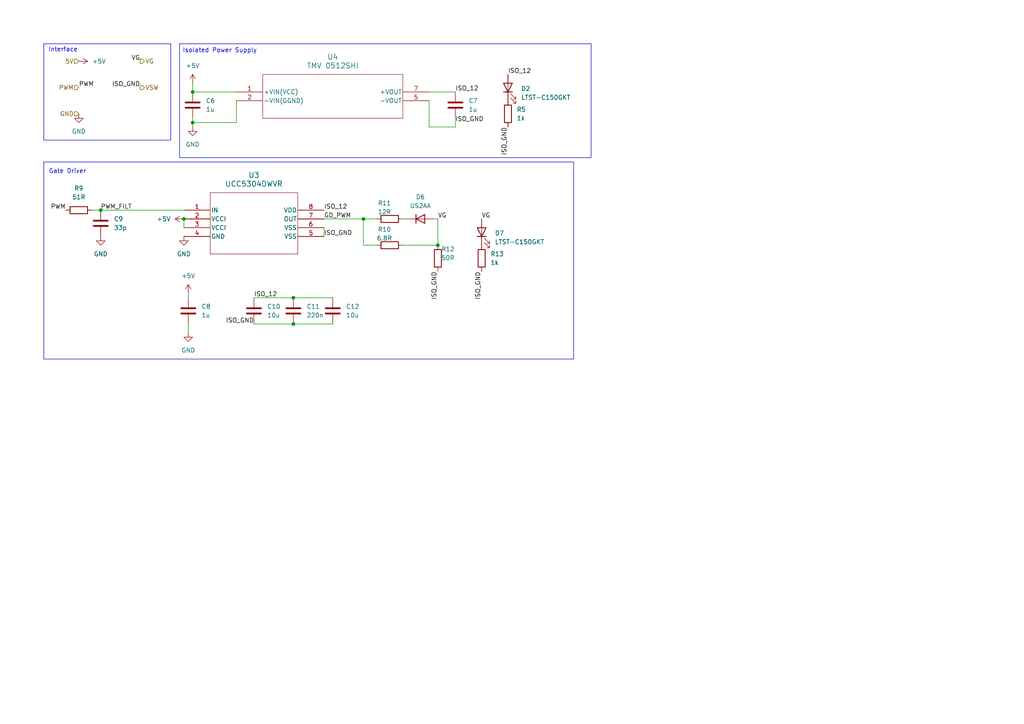
<source format=kicad_sch>
(kicad_sch
	(version 20231120)
	(generator "eeschema")
	(generator_version "8.0")
	(uuid "f0d9f3c8-7611-4222-be08-23c67a176a63")
	(paper "A4")
	(title_block
		(title "Fullmetal Buck Converter")
		(date "2025-03-01")
		(rev "v0")
		(company "Manveer Aujla")
	)
	(lib_symbols
		(symbol "Device:C"
			(pin_numbers hide)
			(pin_names
				(offset 0.254)
			)
			(exclude_from_sim no)
			(in_bom yes)
			(on_board yes)
			(property "Reference" "C"
				(at 0.635 2.54 0)
				(effects
					(font
						(size 1.27 1.27)
					)
					(justify left)
				)
			)
			(property "Value" "C"
				(at 0.635 -2.54 0)
				(effects
					(font
						(size 1.27 1.27)
					)
					(justify left)
				)
			)
			(property "Footprint" ""
				(at 0.9652 -3.81 0)
				(effects
					(font
						(size 1.27 1.27)
					)
					(hide yes)
				)
			)
			(property "Datasheet" "~"
				(at 0 0 0)
				(effects
					(font
						(size 1.27 1.27)
					)
					(hide yes)
				)
			)
			(property "Description" "Unpolarized capacitor"
				(at 0 0 0)
				(effects
					(font
						(size 1.27 1.27)
					)
					(hide yes)
				)
			)
			(property "ki_keywords" "cap capacitor"
				(at 0 0 0)
				(effects
					(font
						(size 1.27 1.27)
					)
					(hide yes)
				)
			)
			(property "ki_fp_filters" "C_*"
				(at 0 0 0)
				(effects
					(font
						(size 1.27 1.27)
					)
					(hide yes)
				)
			)
			(symbol "C_0_1"
				(polyline
					(pts
						(xy -2.032 -0.762) (xy 2.032 -0.762)
					)
					(stroke
						(width 0.508)
						(type default)
					)
					(fill
						(type none)
					)
				)
				(polyline
					(pts
						(xy -2.032 0.762) (xy 2.032 0.762)
					)
					(stroke
						(width 0.508)
						(type default)
					)
					(fill
						(type none)
					)
				)
			)
			(symbol "C_1_1"
				(pin passive line
					(at 0 3.81 270)
					(length 2.794)
					(name "~"
						(effects
							(font
								(size 1.27 1.27)
							)
						)
					)
					(number "1"
						(effects
							(font
								(size 1.27 1.27)
							)
						)
					)
				)
				(pin passive line
					(at 0 -3.81 90)
					(length 2.794)
					(name "~"
						(effects
							(font
								(size 1.27 1.27)
							)
						)
					)
					(number "2"
						(effects
							(font
								(size 1.27 1.27)
							)
						)
					)
				)
			)
		)
		(symbol "Device:R"
			(pin_numbers hide)
			(pin_names
				(offset 0)
			)
			(exclude_from_sim no)
			(in_bom yes)
			(on_board yes)
			(property "Reference" "R"
				(at 2.032 0 90)
				(effects
					(font
						(size 1.27 1.27)
					)
				)
			)
			(property "Value" "R"
				(at 0 0 90)
				(effects
					(font
						(size 1.27 1.27)
					)
				)
			)
			(property "Footprint" ""
				(at -1.778 0 90)
				(effects
					(font
						(size 1.27 1.27)
					)
					(hide yes)
				)
			)
			(property "Datasheet" "~"
				(at 0 0 0)
				(effects
					(font
						(size 1.27 1.27)
					)
					(hide yes)
				)
			)
			(property "Description" "Resistor"
				(at 0 0 0)
				(effects
					(font
						(size 1.27 1.27)
					)
					(hide yes)
				)
			)
			(property "ki_keywords" "R res resistor"
				(at 0 0 0)
				(effects
					(font
						(size 1.27 1.27)
					)
					(hide yes)
				)
			)
			(property "ki_fp_filters" "R_*"
				(at 0 0 0)
				(effects
					(font
						(size 1.27 1.27)
					)
					(hide yes)
				)
			)
			(symbol "R_0_1"
				(rectangle
					(start -1.016 -2.54)
					(end 1.016 2.54)
					(stroke
						(width 0.254)
						(type default)
					)
					(fill
						(type none)
					)
				)
			)
			(symbol "R_1_1"
				(pin passive line
					(at 0 3.81 270)
					(length 1.27)
					(name "~"
						(effects
							(font
								(size 1.27 1.27)
							)
						)
					)
					(number "1"
						(effects
							(font
								(size 1.27 1.27)
							)
						)
					)
				)
				(pin passive line
					(at 0 -3.81 90)
					(length 1.27)
					(name "~"
						(effects
							(font
								(size 1.27 1.27)
							)
						)
					)
					(number "2"
						(effects
							(font
								(size 1.27 1.27)
							)
						)
					)
				)
			)
		)
		(symbol "Diode:US2AA"
			(pin_numbers hide)
			(pin_names hide)
			(exclude_from_sim no)
			(in_bom yes)
			(on_board yes)
			(property "Reference" "D"
				(at 0 2.54 0)
				(effects
					(font
						(size 1.27 1.27)
					)
				)
			)
			(property "Value" "US2AA"
				(at 0 -2.54 0)
				(effects
					(font
						(size 1.27 1.27)
					)
				)
			)
			(property "Footprint" "Diode_SMD:D_SMA"
				(at 0 -4.445 0)
				(effects
					(font
						(size 1.27 1.27)
					)
					(hide yes)
				)
			)
			(property "Datasheet" "https://www.onsemi.com/pub/Collateral/US2AA-D.PDF"
				(at 0 0 0)
				(effects
					(font
						(size 1.27 1.27)
					)
					(hide yes)
				)
			)
			(property "Description" "50V, 1.5A, General Purpose Rectifier Diode, SMA(DO-214AC)"
				(at 0 0 0)
				(effects
					(font
						(size 1.27 1.27)
					)
					(hide yes)
				)
			)
			(property "Sim.Device" "D"
				(at 0 0 0)
				(effects
					(font
						(size 1.27 1.27)
					)
					(hide yes)
				)
			)
			(property "Sim.Pins" "1=K 2=A"
				(at 0 0 0)
				(effects
					(font
						(size 1.27 1.27)
					)
					(hide yes)
				)
			)
			(property "ki_keywords" "Super Fast"
				(at 0 0 0)
				(effects
					(font
						(size 1.27 1.27)
					)
					(hide yes)
				)
			)
			(property "ki_fp_filters" "D*SMA*"
				(at 0 0 0)
				(effects
					(font
						(size 1.27 1.27)
					)
					(hide yes)
				)
			)
			(symbol "US2AA_0_1"
				(polyline
					(pts
						(xy -1.27 1.27) (xy -1.27 -1.27)
					)
					(stroke
						(width 0.254)
						(type default)
					)
					(fill
						(type none)
					)
				)
				(polyline
					(pts
						(xy 1.27 0) (xy -1.27 0)
					)
					(stroke
						(width 0)
						(type default)
					)
					(fill
						(type none)
					)
				)
				(polyline
					(pts
						(xy 1.27 1.27) (xy 1.27 -1.27) (xy -1.27 0) (xy 1.27 1.27)
					)
					(stroke
						(width 0.254)
						(type default)
					)
					(fill
						(type none)
					)
				)
			)
			(symbol "US2AA_1_1"
				(pin passive line
					(at -3.81 0 0)
					(length 2.54)
					(name "K"
						(effects
							(font
								(size 1.27 1.27)
							)
						)
					)
					(number "1"
						(effects
							(font
								(size 1.27 1.27)
							)
						)
					)
				)
				(pin passive line
					(at 3.81 0 180)
					(length 2.54)
					(name "A"
						(effects
							(font
								(size 1.27 1.27)
							)
						)
					)
					(number "2"
						(effects
							(font
								(size 1.27 1.27)
							)
						)
					)
				)
			)
		)
		(symbol "LED:IR26-21C_L110_TR8"
			(pin_numbers hide)
			(pin_names
				(offset 1.016) hide)
			(exclude_from_sim no)
			(in_bom yes)
			(on_board yes)
			(property "Reference" "D"
				(at 0 2.54 0)
				(effects
					(font
						(size 1.27 1.27)
					)
				)
			)
			(property "Value" "IR26-21C_L110_TR8"
				(at 0 -3.81 0)
				(effects
					(font
						(size 1.27 1.27)
					)
				)
			)
			(property "Footprint" "LED_SMD:LED_1206_3216Metric"
				(at 0 5.08 0)
				(effects
					(font
						(size 1.27 1.27)
					)
					(hide yes)
				)
			)
			(property "Datasheet" "http://www.everlight.com/file/ProductFile/IR26-21C-L110-TR8.pdf"
				(at 0 0 0)
				(effects
					(font
						(size 1.27 1.27)
					)
					(hide yes)
				)
			)
			(property "Description" "940nm, 20 deg, Infrared LED, 1206"
				(at 0 0 0)
				(effects
					(font
						(size 1.27 1.27)
					)
					(hide yes)
				)
			)
			(property "ki_keywords" "IR LED"
				(at 0 0 0)
				(effects
					(font
						(size 1.27 1.27)
					)
					(hide yes)
				)
			)
			(property "ki_fp_filters" "LED*1206*3216Metric*"
				(at 0 0 0)
				(effects
					(font
						(size 1.27 1.27)
					)
					(hide yes)
				)
			)
			(symbol "IR26-21C_L110_TR8_0_1"
				(polyline
					(pts
						(xy -1.27 -1.27) (xy -1.27 1.27)
					)
					(stroke
						(width 0.254)
						(type default)
					)
					(fill
						(type none)
					)
				)
				(polyline
					(pts
						(xy -1.27 0) (xy 1.27 0)
					)
					(stroke
						(width 0)
						(type default)
					)
					(fill
						(type none)
					)
				)
				(polyline
					(pts
						(xy 1.27 -1.27) (xy 1.27 1.27) (xy -1.27 0) (xy 1.27 -1.27)
					)
					(stroke
						(width 0.254)
						(type default)
					)
					(fill
						(type none)
					)
				)
				(polyline
					(pts
						(xy -3.048 -0.762) (xy -4.572 -2.286) (xy -3.81 -2.286) (xy -4.572 -2.286) (xy -4.572 -1.524)
					)
					(stroke
						(width 0)
						(type default)
					)
					(fill
						(type none)
					)
				)
				(polyline
					(pts
						(xy -1.778 -0.762) (xy -3.302 -2.286) (xy -2.54 -2.286) (xy -3.302 -2.286) (xy -3.302 -1.524)
					)
					(stroke
						(width 0)
						(type default)
					)
					(fill
						(type none)
					)
				)
			)
			(symbol "IR26-21C_L110_TR8_1_1"
				(pin passive line
					(at -3.81 0 0)
					(length 2.54)
					(name "K"
						(effects
							(font
								(size 1.27 1.27)
							)
						)
					)
					(number "1"
						(effects
							(font
								(size 1.27 1.27)
							)
						)
					)
				)
				(pin passive line
					(at 3.81 0 180)
					(length 2.54)
					(name "A"
						(effects
							(font
								(size 1.27 1.27)
							)
						)
					)
					(number "2"
						(effects
							(font
								(size 1.27 1.27)
							)
						)
					)
				)
			)
		)
		(symbol "TMV_0512SHI:TMV_0512SHI"
			(pin_names
				(offset 0.254)
			)
			(exclude_from_sim no)
			(in_bom yes)
			(on_board yes)
			(property "Reference" "U"
				(at 27.94 10.16 0)
				(effects
					(font
						(size 1.524 1.524)
					)
				)
			)
			(property "Value" "TMV 0512SHI"
				(at 27.94 7.62 0)
				(effects
					(font
						(size 1.524 1.524)
					)
				)
			)
			(property "Footprint" "TMV-HI_SINGLE_TRP"
				(at 0 0 0)
				(effects
					(font
						(size 1.27 1.27)
						(italic yes)
					)
					(hide yes)
				)
			)
			(property "Datasheet" "TMV 0512SHI"
				(at 0 0 0)
				(effects
					(font
						(size 1.27 1.27)
						(italic yes)
					)
					(hide yes)
				)
			)
			(property "Description" ""
				(at 0 0 0)
				(effects
					(font
						(size 1.27 1.27)
					)
					(hide yes)
				)
			)
			(property "ki_locked" ""
				(at 0 0 0)
				(effects
					(font
						(size 1.27 1.27)
					)
				)
			)
			(property "ki_keywords" "TMV 0512SHI"
				(at 0 0 0)
				(effects
					(font
						(size 1.27 1.27)
					)
					(hide yes)
				)
			)
			(property "ki_fp_filters" "TMV-HI_SINGLE_TRP"
				(at 0 0 0)
				(effects
					(font
						(size 1.27 1.27)
					)
					(hide yes)
				)
			)
			(symbol "TMV_0512SHI_0_1"
				(polyline
					(pts
						(xy 7.62 -7.62) (xy 48.26 -7.62)
					)
					(stroke
						(width 0.127)
						(type default)
					)
					(fill
						(type none)
					)
				)
				(polyline
					(pts
						(xy 7.62 5.08) (xy 7.62 -7.62)
					)
					(stroke
						(width 0.127)
						(type default)
					)
					(fill
						(type none)
					)
				)
				(polyline
					(pts
						(xy 48.26 -7.62) (xy 48.26 5.08)
					)
					(stroke
						(width 0.127)
						(type default)
					)
					(fill
						(type none)
					)
				)
				(polyline
					(pts
						(xy 48.26 5.08) (xy 7.62 5.08)
					)
					(stroke
						(width 0.127)
						(type default)
					)
					(fill
						(type none)
					)
				)
				(pin power_in line
					(at 0 0 0)
					(length 7.62)
					(name "+VIN(VCC)"
						(effects
							(font
								(size 1.27 1.27)
							)
						)
					)
					(number "1"
						(effects
							(font
								(size 1.27 1.27)
							)
						)
					)
				)
				(pin power_in line
					(at 0 -2.54 0)
					(length 7.62)
					(name "-VIN(GGND)"
						(effects
							(font
								(size 1.27 1.27)
							)
						)
					)
					(number "2"
						(effects
							(font
								(size 1.27 1.27)
							)
						)
					)
				)
				(pin output line
					(at 55.88 -2.54 180)
					(length 7.62)
					(name "-VOUT"
						(effects
							(font
								(size 1.27 1.27)
							)
						)
					)
					(number "5"
						(effects
							(font
								(size 1.27 1.27)
							)
						)
					)
				)
				(pin output line
					(at 55.88 0 180)
					(length 7.62)
					(name "+VOUT"
						(effects
							(font
								(size 1.27 1.27)
							)
						)
					)
					(number "7"
						(effects
							(font
								(size 1.27 1.27)
							)
						)
					)
				)
			)
		)
		(symbol "UCC5304DWVR:UCC5304DWVR"
			(pin_names
				(offset 0.254)
			)
			(exclude_from_sim no)
			(in_bom yes)
			(on_board yes)
			(property "Reference" "U"
				(at 20.32 10.16 0)
				(effects
					(font
						(size 1.524 1.524)
					)
				)
			)
			(property "Value" "UCC5304DWVR"
				(at 20.32 7.62 0)
				(effects
					(font
						(size 1.524 1.524)
					)
				)
			)
			(property "Footprint" "SOIC8_DWV_TEX"
				(at 0 0 0)
				(effects
					(font
						(size 1.27 1.27)
						(italic yes)
					)
					(hide yes)
				)
			)
			(property "Datasheet" "UCC5304DWVR"
				(at 0 0 0)
				(effects
					(font
						(size 1.27 1.27)
						(italic yes)
					)
					(hide yes)
				)
			)
			(property "Description" ""
				(at 0 0 0)
				(effects
					(font
						(size 1.27 1.27)
					)
					(hide yes)
				)
			)
			(property "ki_locked" ""
				(at 0 0 0)
				(effects
					(font
						(size 1.27 1.27)
					)
				)
			)
			(property "ki_keywords" "UCC5304DWVR"
				(at 0 0 0)
				(effects
					(font
						(size 1.27 1.27)
					)
					(hide yes)
				)
			)
			(property "ki_fp_filters" "SOIC8_DWV_TEX SOIC8_DWV_TEX-M SOIC8_DWV_TEX-L"
				(at 0 0 0)
				(effects
					(font
						(size 1.27 1.27)
					)
					(hide yes)
				)
			)
			(symbol "UCC5304DWVR_0_1"
				(polyline
					(pts
						(xy 7.62 -12.7) (xy 33.02 -12.7)
					)
					(stroke
						(width 0.127)
						(type default)
					)
					(fill
						(type none)
					)
				)
				(polyline
					(pts
						(xy 7.62 5.08) (xy 7.62 -12.7)
					)
					(stroke
						(width 0.127)
						(type default)
					)
					(fill
						(type none)
					)
				)
				(polyline
					(pts
						(xy 33.02 -12.7) (xy 33.02 5.08)
					)
					(stroke
						(width 0.127)
						(type default)
					)
					(fill
						(type none)
					)
				)
				(polyline
					(pts
						(xy 33.02 5.08) (xy 7.62 5.08)
					)
					(stroke
						(width 0.127)
						(type default)
					)
					(fill
						(type none)
					)
				)
				(pin input line
					(at 0 0 0)
					(length 7.62)
					(name "IN"
						(effects
							(font
								(size 1.27 1.27)
							)
						)
					)
					(number "1"
						(effects
							(font
								(size 1.27 1.27)
							)
						)
					)
				)
				(pin power_in line
					(at 0 -2.54 0)
					(length 7.62)
					(name "VCCI"
						(effects
							(font
								(size 1.27 1.27)
							)
						)
					)
					(number "2"
						(effects
							(font
								(size 1.27 1.27)
							)
						)
					)
				)
				(pin power_in line
					(at 0 -5.08 0)
					(length 7.62)
					(name "VCCI"
						(effects
							(font
								(size 1.27 1.27)
							)
						)
					)
					(number "3"
						(effects
							(font
								(size 1.27 1.27)
							)
						)
					)
				)
				(pin power_out line
					(at 0 -7.62 0)
					(length 7.62)
					(name "GND"
						(effects
							(font
								(size 1.27 1.27)
							)
						)
					)
					(number "4"
						(effects
							(font
								(size 1.27 1.27)
							)
						)
					)
				)
				(pin power_out line
					(at 40.64 -7.62 180)
					(length 7.62)
					(name "VSS"
						(effects
							(font
								(size 1.27 1.27)
							)
						)
					)
					(number "5"
						(effects
							(font
								(size 1.27 1.27)
							)
						)
					)
				)
				(pin power_out line
					(at 40.64 -5.08 180)
					(length 7.62)
					(name "VSS"
						(effects
							(font
								(size 1.27 1.27)
							)
						)
					)
					(number "6"
						(effects
							(font
								(size 1.27 1.27)
							)
						)
					)
				)
				(pin output line
					(at 40.64 -2.54 180)
					(length 7.62)
					(name "OUT"
						(effects
							(font
								(size 1.27 1.27)
							)
						)
					)
					(number "7"
						(effects
							(font
								(size 1.27 1.27)
							)
						)
					)
				)
				(pin power_in line
					(at 40.64 0 180)
					(length 7.62)
					(name "VDD"
						(effects
							(font
								(size 1.27 1.27)
							)
						)
					)
					(number "8"
						(effects
							(font
								(size 1.27 1.27)
							)
						)
					)
				)
			)
		)
		(symbol "power:+5V"
			(power)
			(pin_numbers hide)
			(pin_names
				(offset 0) hide)
			(exclude_from_sim no)
			(in_bom yes)
			(on_board yes)
			(property "Reference" "#PWR"
				(at 0 -3.81 0)
				(effects
					(font
						(size 1.27 1.27)
					)
					(hide yes)
				)
			)
			(property "Value" "+5V"
				(at 0 3.556 0)
				(effects
					(font
						(size 1.27 1.27)
					)
				)
			)
			(property "Footprint" ""
				(at 0 0 0)
				(effects
					(font
						(size 1.27 1.27)
					)
					(hide yes)
				)
			)
			(property "Datasheet" ""
				(at 0 0 0)
				(effects
					(font
						(size 1.27 1.27)
					)
					(hide yes)
				)
			)
			(property "Description" "Power symbol creates a global label with name \"+5V\""
				(at 0 0 0)
				(effects
					(font
						(size 1.27 1.27)
					)
					(hide yes)
				)
			)
			(property "ki_keywords" "global power"
				(at 0 0 0)
				(effects
					(font
						(size 1.27 1.27)
					)
					(hide yes)
				)
			)
			(symbol "+5V_0_1"
				(polyline
					(pts
						(xy -0.762 1.27) (xy 0 2.54)
					)
					(stroke
						(width 0)
						(type default)
					)
					(fill
						(type none)
					)
				)
				(polyline
					(pts
						(xy 0 0) (xy 0 2.54)
					)
					(stroke
						(width 0)
						(type default)
					)
					(fill
						(type none)
					)
				)
				(polyline
					(pts
						(xy 0 2.54) (xy 0.762 1.27)
					)
					(stroke
						(width 0)
						(type default)
					)
					(fill
						(type none)
					)
				)
			)
			(symbol "+5V_1_1"
				(pin power_in line
					(at 0 0 90)
					(length 0)
					(name "~"
						(effects
							(font
								(size 1.27 1.27)
							)
						)
					)
					(number "1"
						(effects
							(font
								(size 1.27 1.27)
							)
						)
					)
				)
			)
		)
		(symbol "power:GND"
			(power)
			(pin_numbers hide)
			(pin_names
				(offset 0) hide)
			(exclude_from_sim no)
			(in_bom yes)
			(on_board yes)
			(property "Reference" "#PWR"
				(at 0 -6.35 0)
				(effects
					(font
						(size 1.27 1.27)
					)
					(hide yes)
				)
			)
			(property "Value" "GND"
				(at 0 -3.81 0)
				(effects
					(font
						(size 1.27 1.27)
					)
				)
			)
			(property "Footprint" ""
				(at 0 0 0)
				(effects
					(font
						(size 1.27 1.27)
					)
					(hide yes)
				)
			)
			(property "Datasheet" ""
				(at 0 0 0)
				(effects
					(font
						(size 1.27 1.27)
					)
					(hide yes)
				)
			)
			(property "Description" "Power symbol creates a global label with name \"GND\" , ground"
				(at 0 0 0)
				(effects
					(font
						(size 1.27 1.27)
					)
					(hide yes)
				)
			)
			(property "ki_keywords" "global power"
				(at 0 0 0)
				(effects
					(font
						(size 1.27 1.27)
					)
					(hide yes)
				)
			)
			(symbol "GND_0_1"
				(polyline
					(pts
						(xy 0 0) (xy 0 -1.27) (xy 1.27 -1.27) (xy 0 -2.54) (xy -1.27 -1.27) (xy 0 -1.27)
					)
					(stroke
						(width 0)
						(type default)
					)
					(fill
						(type none)
					)
				)
			)
			(symbol "GND_1_1"
				(pin power_in line
					(at 0 0 270)
					(length 0)
					(name "~"
						(effects
							(font
								(size 1.27 1.27)
							)
						)
					)
					(number "1"
						(effects
							(font
								(size 1.27 1.27)
							)
						)
					)
				)
			)
		)
	)
	(junction
		(at 55.88 35.56)
		(diameter 0)
		(color 0 0 0 0)
		(uuid "274e2e83-656c-4ee9-9f93-e97751b3dd1c")
	)
	(junction
		(at 85.09 86.36)
		(diameter 0)
		(color 0 0 0 0)
		(uuid "3ee950d8-ff44-49db-b37b-cc35dca455c5")
	)
	(junction
		(at 55.88 26.67)
		(diameter 0)
		(color 0 0 0 0)
		(uuid "45138f0b-fd82-40d1-85cd-d6adf6ef8014")
	)
	(junction
		(at 85.09 93.98)
		(diameter 0)
		(color 0 0 0 0)
		(uuid "72957a17-b4cc-4a09-9043-64945f68f92a")
	)
	(junction
		(at 105.41 63.5)
		(diameter 0)
		(color 0 0 0 0)
		(uuid "95d3ec33-b30b-41f7-a97c-fddd78c07cff")
	)
	(junction
		(at 127 71.12)
		(diameter 0)
		(color 0 0 0 0)
		(uuid "a934e3c2-7a74-46fb-af0d-9fe58d20f66f")
	)
	(junction
		(at 53.34 63.5)
		(diameter 0)
		(color 0 0 0 0)
		(uuid "df379cab-7f90-432f-aba3-b7a7aabeed6f")
	)
	(junction
		(at 29.21 60.96)
		(diameter 0)
		(color 0 0 0 0)
		(uuid "e66be964-19dd-44c4-a645-ff10787e57c7")
	)
	(wire
		(pts
			(xy 93.98 66.04) (xy 93.98 68.58)
		)
		(stroke
			(width 0)
			(type default)
		)
		(uuid "06bdb620-376a-429e-b363-9745a6e489fd")
	)
	(wire
		(pts
			(xy 124.46 36.83) (xy 132.08 36.83)
		)
		(stroke
			(width 0)
			(type default)
		)
		(uuid "0d0306d7-648c-41d3-988a-3f7c102afb13")
	)
	(wire
		(pts
			(xy 127 63.5) (xy 127 71.12)
		)
		(stroke
			(width 0)
			(type default)
		)
		(uuid "144899bb-bba9-44bd-be95-b040398bcdbc")
	)
	(wire
		(pts
			(xy 116.84 71.12) (xy 127 71.12)
		)
		(stroke
			(width 0)
			(type default)
		)
		(uuid "1f68686f-2ed7-43dd-b6e2-cb5ac516d917")
	)
	(wire
		(pts
			(xy 124.46 26.67) (xy 132.08 26.67)
		)
		(stroke
			(width 0)
			(type default)
		)
		(uuid "2127e85b-a2ad-4ccc-aca3-19a2463e748b")
	)
	(wire
		(pts
			(xy 54.61 85.09) (xy 54.61 86.36)
		)
		(stroke
			(width 0)
			(type default)
		)
		(uuid "22ad3272-8d29-4434-8d36-490d251a783b")
	)
	(wire
		(pts
			(xy 53.34 63.5) (xy 53.34 66.04)
		)
		(stroke
			(width 0)
			(type default)
		)
		(uuid "2e73b430-340e-4a9e-9e26-a09dd06909d0")
	)
	(wire
		(pts
			(xy 54.61 93.98) (xy 54.61 96.52)
		)
		(stroke
			(width 0)
			(type default)
		)
		(uuid "36723c54-48a5-4d59-9ebd-785ce9f066b5")
	)
	(wire
		(pts
			(xy 127 63.5) (xy 125.73 63.5)
		)
		(stroke
			(width 0)
			(type default)
		)
		(uuid "400f704a-9cf0-49d5-9678-1259f281a4d6")
	)
	(wire
		(pts
			(xy 55.88 26.67) (xy 68.58 26.67)
		)
		(stroke
			(width 0)
			(type default)
		)
		(uuid "44e65b8d-c8bf-401e-a0a7-c2ebbf912d1d")
	)
	(wire
		(pts
			(xy 55.88 36.83) (xy 55.88 35.56)
		)
		(stroke
			(width 0)
			(type default)
		)
		(uuid "44f25d40-0fc5-4773-a2ca-51376a0cb788")
	)
	(wire
		(pts
			(xy 29.21 60.96) (xy 53.34 60.96)
		)
		(stroke
			(width 0)
			(type default)
		)
		(uuid "474737c0-4c74-4983-a21f-2456acf5558e")
	)
	(wire
		(pts
			(xy 105.41 63.5) (xy 109.22 63.5)
		)
		(stroke
			(width 0)
			(type default)
		)
		(uuid "488a16e0-f668-4fe7-beaf-6308a699d932")
	)
	(wire
		(pts
			(xy 68.58 29.21) (xy 68.58 35.56)
		)
		(stroke
			(width 0)
			(type default)
		)
		(uuid "5677350a-a608-4427-bc13-a27392ddf6c1")
	)
	(wire
		(pts
			(xy 55.88 35.56) (xy 55.88 34.29)
		)
		(stroke
			(width 0)
			(type default)
		)
		(uuid "607aa914-d845-46a5-a20f-487868107ae8")
	)
	(wire
		(pts
			(xy 124.46 29.21) (xy 124.46 36.83)
		)
		(stroke
			(width 0)
			(type default)
		)
		(uuid "89a11894-ee0e-4f91-b874-2e1ce3ba67f2")
	)
	(wire
		(pts
			(xy 105.41 71.12) (xy 105.41 63.5)
		)
		(stroke
			(width 0)
			(type default)
		)
		(uuid "90a050b9-914c-4e2a-a987-7fb1de0d4d2d")
	)
	(wire
		(pts
			(xy 55.88 24.13) (xy 55.88 26.67)
		)
		(stroke
			(width 0)
			(type default)
		)
		(uuid "95ca303b-a199-4936-9890-9ad9df7a7673")
	)
	(wire
		(pts
			(xy 109.22 71.12) (xy 105.41 71.12)
		)
		(stroke
			(width 0)
			(type default)
		)
		(uuid "be988620-8f5c-41e7-8049-1a11054502b6")
	)
	(wire
		(pts
			(xy 93.98 63.5) (xy 105.41 63.5)
		)
		(stroke
			(width 0)
			(type default)
		)
		(uuid "c22bdc68-40f8-46fc-a48d-1252202f8a39")
	)
	(wire
		(pts
			(xy 116.84 63.5) (xy 118.11 63.5)
		)
		(stroke
			(width 0)
			(type default)
		)
		(uuid "d12d832c-cf48-4da6-8dbc-f1207f2ccd43")
	)
	(wire
		(pts
			(xy 73.66 93.98) (xy 85.09 93.98)
		)
		(stroke
			(width 0)
			(type default)
		)
		(uuid "da975f23-679d-4928-b6e1-6c14fc63ac0b")
	)
	(wire
		(pts
			(xy 26.67 60.96) (xy 29.21 60.96)
		)
		(stroke
			(width 0)
			(type default)
		)
		(uuid "dea5ce32-df9a-45e3-a578-5977427c294f")
	)
	(wire
		(pts
			(xy 68.58 35.56) (xy 55.88 35.56)
		)
		(stroke
			(width 0)
			(type default)
		)
		(uuid "e186490c-6162-4479-a68b-d6c5cd828c04")
	)
	(wire
		(pts
			(xy 85.09 93.98) (xy 96.52 93.98)
		)
		(stroke
			(width 0)
			(type default)
		)
		(uuid "e2d805ee-0726-4719-9076-90b0a5a9c040")
	)
	(wire
		(pts
			(xy 73.66 86.36) (xy 85.09 86.36)
		)
		(stroke
			(width 0)
			(type default)
		)
		(uuid "e576f35a-89b2-46a2-b84a-9263c890c126")
	)
	(wire
		(pts
			(xy 132.08 34.29) (xy 132.08 36.83)
		)
		(stroke
			(width 0)
			(type default)
		)
		(uuid "ea58cd56-1e98-46ee-91c6-0159d938d444")
	)
	(wire
		(pts
			(xy 85.09 86.36) (xy 96.52 86.36)
		)
		(stroke
			(width 0)
			(type default)
		)
		(uuid "ed715ce3-f717-4b50-8ebf-db8374268af3")
	)
	(rectangle
		(start 12.7 12.7)
		(end 49.53 40.64)
		(stroke
			(width 0)
			(type default)
		)
		(fill
			(type none)
		)
		(uuid 074ca789-f184-4220-81f3-7785537797f2)
	)
	(rectangle
		(start 52.07 12.7)
		(end 171.45 45.72)
		(stroke
			(width 0)
			(type default)
		)
		(fill
			(type none)
		)
		(uuid d7887af3-e071-408a-bee0-4fdee29e96b9)
	)
	(rectangle
		(start 12.7 46.99)
		(end 166.37 104.14)
		(stroke
			(width 0)
			(type default)
		)
		(fill
			(type none)
		)
		(uuid e28f400e-c078-4a8e-a2be-13263a938588)
	)
	(text "Interface\n"
		(exclude_from_sim no)
		(at 18.288 14.478 0)
		(effects
			(font
				(size 1.27 1.27)
			)
		)
		(uuid "24fa727e-fbcb-4acb-b25a-cb9a4ac382a0")
	)
	(text "Isolated Power Supply\n"
		(exclude_from_sim no)
		(at 63.754 14.732 0)
		(effects
			(font
				(size 1.27 1.27)
			)
		)
		(uuid "29b06971-ebf5-4a7a-9d49-b354dcf5473e")
	)
	(text "Gate Driver "
		(exclude_from_sim no)
		(at 20.066 49.784 0)
		(effects
			(font
				(size 1.27 1.27)
			)
		)
		(uuid "766071ba-d214-499d-917b-29b0203c1b86")
	)
	(label "PWM_FILT"
		(at 29.21 60.96 0)
		(fields_autoplaced yes)
		(effects
			(font
				(size 1.27 1.27)
			)
			(justify left bottom)
		)
		(uuid "2c282538-d960-4ce0-8906-9aa7a32ea53b")
	)
	(label "VG"
		(at 139.7 63.5 0)
		(fields_autoplaced yes)
		(effects
			(font
				(size 1.27 1.27)
			)
			(justify left bottom)
		)
		(uuid "44af0f53-f23c-4ab7-8539-5c25f1106726")
	)
	(label "ISO_GND"
		(at 40.64 25.4 180)
		(fields_autoplaced yes)
		(effects
			(font
				(size 1.27 1.27)
			)
			(justify right bottom)
		)
		(uuid "4aceac89-1c0c-4c7c-ae58-e7ee7cd56647")
	)
	(label "ISO_12"
		(at 93.98 60.96 0)
		(fields_autoplaced yes)
		(effects
			(font
				(size 1.27 1.27)
			)
			(justify left bottom)
		)
		(uuid "4cf1e859-c588-41e3-8d6d-8004aedeaf05")
	)
	(label "ISO_GND"
		(at 147.32 36.83 270)
		(fields_autoplaced yes)
		(effects
			(font
				(size 1.27 1.27)
			)
			(justify right bottom)
		)
		(uuid "76bbdb22-801e-4245-ac00-f6a1067023d6")
	)
	(label "ISO_12"
		(at 132.08 26.67 0)
		(fields_autoplaced yes)
		(effects
			(font
				(size 1.27 1.27)
			)
			(justify left bottom)
		)
		(uuid "7babd4a5-e3d5-4299-ade9-45b6318ad8b0")
	)
	(label "ISO_GND"
		(at 139.7 78.74 270)
		(fields_autoplaced yes)
		(effects
			(font
				(size 1.27 1.27)
			)
			(justify right bottom)
		)
		(uuid "a069a8c4-4c0f-43c6-be9a-f391912a0fe9")
	)
	(label "ISO_GND"
		(at 93.98 68.58 0)
		(fields_autoplaced yes)
		(effects
			(font
				(size 1.27 1.27)
			)
			(justify left bottom)
		)
		(uuid "adbdba9a-60c8-4802-b7a7-abd13abe0b46")
	)
	(label "PWM"
		(at 22.86 25.4 0)
		(fields_autoplaced yes)
		(effects
			(font
				(size 1.27 1.27)
			)
			(justify left bottom)
		)
		(uuid "b39d77e9-edf8-429a-819c-e2325b382ce5")
	)
	(label "VG"
		(at 40.64 17.78 180)
		(fields_autoplaced yes)
		(effects
			(font
				(size 1.27 1.27)
			)
			(justify right bottom)
		)
		(uuid "b69b3e49-3800-4785-be06-b0b30546bb3e")
	)
	(label "VG"
		(at 127 63.5 0)
		(fields_autoplaced yes)
		(effects
			(font
				(size 1.27 1.27)
			)
			(justify left bottom)
		)
		(uuid "c3e8fe1e-c802-4933-bdc9-d83962667724")
	)
	(label "ISO_GND"
		(at 132.08 35.56 0)
		(fields_autoplaced yes)
		(effects
			(font
				(size 1.27 1.27)
			)
			(justify left bottom)
		)
		(uuid "c547f8cf-ffe5-4dad-96f7-601c436ad97d")
	)
	(label "ISO_GND"
		(at 127 78.74 270)
		(fields_autoplaced yes)
		(effects
			(font
				(size 1.27 1.27)
			)
			(justify right bottom)
		)
		(uuid "cc123fd5-d75e-4d39-90b3-126df540f5b2")
	)
	(label "ISO_GND"
		(at 73.66 93.98 180)
		(fields_autoplaced yes)
		(effects
			(font
				(size 1.27 1.27)
			)
			(justify right bottom)
		)
		(uuid "e4f8990e-b84c-4e32-849e-0ddef97fe508")
	)
	(label "PWM"
		(at 19.05 60.96 180)
		(fields_autoplaced yes)
		(effects
			(font
				(size 1.27 1.27)
			)
			(justify right bottom)
		)
		(uuid "f00f31d8-d1b8-4de8-b1df-4fa0ee8fff9f")
	)
	(label "ISO_12"
		(at 73.66 86.36 0)
		(fields_autoplaced yes)
		(effects
			(font
				(size 1.27 1.27)
			)
			(justify left bottom)
		)
		(uuid "f0970cbd-02f5-4fe2-872c-9d86aaa7a1e3")
	)
	(label "ISO_12"
		(at 147.32 21.59 0)
		(fields_autoplaced yes)
		(effects
			(font
				(size 1.27 1.27)
			)
			(justify left bottom)
		)
		(uuid "f3eb3d29-ec6c-43f2-8473-aa300e1c8ecb")
	)
	(label "GD_PWM"
		(at 93.98 63.5 0)
		(fields_autoplaced yes)
		(effects
			(font
				(size 1.27 1.27)
			)
			(justify left bottom)
		)
		(uuid "f410b412-cbfa-4928-b54a-071f3d61f8b5")
	)
	(hierarchical_label "PWM"
		(shape input)
		(at 22.86 25.4 180)
		(fields_autoplaced yes)
		(effects
			(font
				(size 1.27 1.27)
			)
			(justify right)
		)
		(uuid "41a01514-6faa-4707-8399-deacb8f82dec")
	)
	(hierarchical_label "VG"
		(shape output)
		(at 40.64 17.78 0)
		(fields_autoplaced yes)
		(effects
			(font
				(size 1.27 1.27)
			)
			(justify left)
		)
		(uuid "cc131d45-7370-4580-9b95-b5cd41c3d27f")
	)
	(hierarchical_label "5V"
		(shape input)
		(at 22.86 17.78 180)
		(fields_autoplaced yes)
		(effects
			(font
				(size 1.27 1.27)
			)
			(justify right)
		)
		(uuid "d200b858-3c8e-418d-a983-33a37e7cae71")
	)
	(hierarchical_label "VSW"
		(shape output)
		(at 40.64 25.4 0)
		(fields_autoplaced yes)
		(effects
			(font
				(size 1.27 1.27)
			)
			(justify left)
		)
		(uuid "e7a3c115-e0ed-4885-8bfb-cf75c696eeae")
	)
	(hierarchical_label "GND"
		(shape input)
		(at 22.86 33.02 180)
		(fields_autoplaced yes)
		(effects
			(font
				(size 1.27 1.27)
			)
			(justify right)
		)
		(uuid "efc2a26b-b378-4240-9021-e8bf50b3701f")
	)
	(symbol
		(lib_id "LED:IR26-21C_L110_TR8")
		(at 139.7 67.31 90)
		(unit 1)
		(exclude_from_sim no)
		(in_bom yes)
		(on_board yes)
		(dnp no)
		(fields_autoplaced yes)
		(uuid "00495a7c-9253-44c0-994b-64d651184f90")
		(property "Reference" "D7"
			(at 143.51 67.6274 90)
			(effects
				(font
					(size 1.27 1.27)
				)
				(justify right)
			)
		)
		(property "Value" "LTST-C150GKT"
			(at 143.51 70.1674 90)
			(effects
				(font
					(size 1.27 1.27)
				)
				(justify right)
			)
		)
		(property "Footprint" "LED_SMD:LED_1206_3216Metric_Pad1.42x1.75mm_HandSolder"
			(at 134.62 67.31 0)
			(effects
				(font
					(size 1.27 1.27)
				)
				(hide yes)
			)
		)
		(property "Datasheet" "https://optoelectronics.liteon.com/upload/download/DS-22-98-0004/LTST-C150GKT.pdf"
			(at 139.7 67.31 0)
			(effects
				(font
					(size 1.27 1.27)
				)
				(hide yes)
			)
		)
		(property "Description" "Green 569nm LED Indication - Discrete 2.1V"
			(at 139.7 67.31 0)
			(effects
				(font
					(size 1.27 1.27)
				)
				(hide yes)
			)
		)
		(property "Part Number" "LTST-C150GKT"
			(at 139.7 67.31 0)
			(effects
				(font
					(size 1.27 1.27)
				)
				(hide yes)
			)
		)
		(pin "1"
			(uuid "f25af93f-7598-4f61-9838-4e40c39e0e8a")
		)
		(pin "2"
			(uuid "984a0f50-b60b-41c5-aab4-d933f0f9ae48")
		)
		(instances
			(project "MyFirstBuck"
				(path "/d7438cf5-4402-49b7-a315-23661e727289/1f993c2c-5d8e-4a04-bee9-7541c0df6e78"
					(reference "D7")
					(unit 1)
				)
			)
		)
	)
	(symbol
		(lib_id "power:+5V")
		(at 22.86 17.78 270)
		(unit 1)
		(exclude_from_sim no)
		(in_bom yes)
		(on_board yes)
		(dnp no)
		(fields_autoplaced yes)
		(uuid "0c92e29f-2478-4e7a-92c2-4d51c805a838")
		(property "Reference" "#PWR041"
			(at 19.05 17.78 0)
			(effects
				(font
					(size 1.27 1.27)
				)
				(hide yes)
			)
		)
		(property "Value" "+5V"
			(at 26.67 17.7799 90)
			(effects
				(font
					(size 1.27 1.27)
				)
				(justify left)
			)
		)
		(property "Footprint" ""
			(at 22.86 17.78 0)
			(effects
				(font
					(size 1.27 1.27)
				)
				(hide yes)
			)
		)
		(property "Datasheet" ""
			(at 22.86 17.78 0)
			(effects
				(font
					(size 1.27 1.27)
				)
				(hide yes)
			)
		)
		(property "Description" "Power symbol creates a global label with name \"+5V\""
			(at 22.86 17.78 0)
			(effects
				(font
					(size 1.27 1.27)
				)
				(hide yes)
			)
		)
		(pin "1"
			(uuid "1805221d-6fc5-4acd-9fc1-d59ae85e9271")
		)
		(instances
			(project ""
				(path "/d7438cf5-4402-49b7-a315-23661e727289/1f993c2c-5d8e-4a04-bee9-7541c0df6e78"
					(reference "#PWR041")
					(unit 1)
				)
			)
		)
	)
	(symbol
		(lib_id "Device:R")
		(at 113.03 63.5 90)
		(unit 1)
		(exclude_from_sim no)
		(in_bom yes)
		(on_board yes)
		(dnp no)
		(uuid "13929c1a-57c9-4f89-8a19-55de508802f7")
		(property "Reference" "R11"
			(at 111.506 58.928 90)
			(effects
				(font
					(size 1.27 1.27)
				)
			)
		)
		(property "Value" "12R"
			(at 111.506 61.468 90)
			(effects
				(font
					(size 1.27 1.27)
				)
			)
		)
		(property "Footprint" "Resistor_SMD:R_0805_2012Metric_Pad1.20x1.40mm_HandSolder"
			(at 113.03 65.278 90)
			(effects
				(font
					(size 1.27 1.27)
				)
				(hide yes)
			)
		)
		(property "Datasheet" "https://industrial.panasonic.com/cdbs/www-data/pdf/RDO0000/AOA0000C331.pdf"
			(at 113.03 63.5 0)
			(effects
				(font
					(size 1.27 1.27)
				)
				(hide yes)
			)
		)
		(property "Description" "12 Ohms ±5% 0.5W, 1/2W Chip Resistor 0805 (2012 Metric) Automotive AEC-Q200, Pulse Withstanding Thick Film"
			(at 113.03 63.5 0)
			(effects
				(font
					(size 1.27 1.27)
				)
				(hide yes)
			)
		)
		(property "Part Number" "ERJ-P06J120V"
			(at 113.03 63.5 0)
			(effects
				(font
					(size 1.27 1.27)
				)
				(hide yes)
			)
		)
		(pin "2"
			(uuid "e12c5808-4b72-4ea0-8f29-bfbb66a59c77")
		)
		(pin "1"
			(uuid "c51dbb38-ba35-496d-b5e5-a8f38f913ed5")
		)
		(instances
			(project "MyFirstBuck"
				(path "/d7438cf5-4402-49b7-a315-23661e727289/1f993c2c-5d8e-4a04-bee9-7541c0df6e78"
					(reference "R11")
					(unit 1)
				)
			)
		)
	)
	(symbol
		(lib_id "power:GND")
		(at 53.34 68.58 0)
		(unit 1)
		(exclude_from_sim no)
		(in_bom yes)
		(on_board yes)
		(dnp no)
		(fields_autoplaced yes)
		(uuid "24c6c3f3-e6e9-4e07-8420-a7b85568e9b2")
		(property "Reference" "#PWR054"
			(at 53.34 74.93 0)
			(effects
				(font
					(size 1.27 1.27)
				)
				(hide yes)
			)
		)
		(property "Value" "GND"
			(at 53.34 73.66 0)
			(effects
				(font
					(size 1.27 1.27)
				)
			)
		)
		(property "Footprint" ""
			(at 53.34 68.58 0)
			(effects
				(font
					(size 1.27 1.27)
				)
				(hide yes)
			)
		)
		(property "Datasheet" ""
			(at 53.34 68.58 0)
			(effects
				(font
					(size 1.27 1.27)
				)
				(hide yes)
			)
		)
		(property "Description" "Power symbol creates a global label with name \"GND\" , ground"
			(at 53.34 68.58 0)
			(effects
				(font
					(size 1.27 1.27)
				)
				(hide yes)
			)
		)
		(pin "1"
			(uuid "617d020d-a9d3-4a9e-9530-b4b9221560eb")
		)
		(instances
			(project "MyFirstBuck"
				(path "/d7438cf5-4402-49b7-a315-23661e727289/1f993c2c-5d8e-4a04-bee9-7541c0df6e78"
					(reference "#PWR054")
					(unit 1)
				)
			)
		)
	)
	(symbol
		(lib_id "Device:C")
		(at 54.61 90.17 0)
		(unit 1)
		(exclude_from_sim no)
		(in_bom yes)
		(on_board yes)
		(dnp no)
		(fields_autoplaced yes)
		(uuid "298c1aea-78f4-4a30-bb87-dc51700131ea")
		(property "Reference" "C8"
			(at 58.42 88.8999 0)
			(effects
				(font
					(size 1.27 1.27)
				)
				(justify left)
			)
		)
		(property "Value" "1u"
			(at 58.42 91.4399 0)
			(effects
				(font
					(size 1.27 1.27)
				)
				(justify left)
			)
		)
		(property "Footprint" "Capacitor_SMD:C_0805_2012Metric_Pad1.18x1.45mm_HandSolder"
			(at 55.5752 93.98 0)
			(effects
				(font
					(size 1.27 1.27)
				)
				(hide yes)
			)
		)
		(property "Datasheet" "https://www.vishay.com/docs/40179/tmcp.pdf"
			(at 54.61 90.17 0)
			(effects
				(font
					(size 1.27 1.27)
				)
				(hide yes)
			)
		)
		(property "Description" "1 µF Molded Tantalum Capacitors 20 V 0805 (2012 Metric) 11Ohm @ 100kHz"
			(at 54.61 90.17 0)
			(effects
				(font
					(size 1.27 1.27)
				)
				(hide yes)
			)
		)
		(property "Part Number" "TMCP1D105MTRF"
			(at 54.61 90.17 0)
			(effects
				(font
					(size 1.27 1.27)
				)
				(hide yes)
			)
		)
		(pin "1"
			(uuid "3a7325e5-9148-4758-8a6f-eca394582307")
		)
		(pin "2"
			(uuid "f30f6413-8c31-4303-9451-c1b67ab59205")
		)
		(instances
			(project "MyFirstBuck"
				(path "/d7438cf5-4402-49b7-a315-23661e727289/1f993c2c-5d8e-4a04-bee9-7541c0df6e78"
					(reference "C8")
					(unit 1)
				)
			)
		)
	)
	(symbol
		(lib_id "power:GND")
		(at 29.21 68.58 0)
		(unit 1)
		(exclude_from_sim no)
		(in_bom yes)
		(on_board yes)
		(dnp no)
		(fields_autoplaced yes)
		(uuid "463387f8-15f2-4d5a-88b6-06a2d2f0d7af")
		(property "Reference" "#PWR055"
			(at 29.21 74.93 0)
			(effects
				(font
					(size 1.27 1.27)
				)
				(hide yes)
			)
		)
		(property "Value" "GND"
			(at 29.21 73.66 0)
			(effects
				(font
					(size 1.27 1.27)
				)
			)
		)
		(property "Footprint" ""
			(at 29.21 68.58 0)
			(effects
				(font
					(size 1.27 1.27)
				)
				(hide yes)
			)
		)
		(property "Datasheet" ""
			(at 29.21 68.58 0)
			(effects
				(font
					(size 1.27 1.27)
				)
				(hide yes)
			)
		)
		(property "Description" "Power symbol creates a global label with name \"GND\" , ground"
			(at 29.21 68.58 0)
			(effects
				(font
					(size 1.27 1.27)
				)
				(hide yes)
			)
		)
		(pin "1"
			(uuid "71bc2d3f-aaa5-4b73-966b-bced65ea9d8d")
		)
		(instances
			(project "MyFirstBuck"
				(path "/d7438cf5-4402-49b7-a315-23661e727289/1f993c2c-5d8e-4a04-bee9-7541c0df6e78"
					(reference "#PWR055")
					(unit 1)
				)
			)
		)
	)
	(symbol
		(lib_id "TMV_0512SHI:TMV_0512SHI")
		(at 68.58 26.67 0)
		(unit 1)
		(exclude_from_sim no)
		(in_bom yes)
		(on_board yes)
		(dnp no)
		(uuid "5f6887d6-4032-46eb-a460-b323b3cca873")
		(property "Reference" "U4"
			(at 96.52 16.51 0)
			(effects
				(font
					(size 1.524 1.524)
				)
			)
		)
		(property "Value" "TMV 0512SHI"
			(at 96.52 19.05 0)
			(effects
				(font
					(size 1.524 1.524)
				)
			)
		)
		(property "Footprint" "TMV_0512SHI:TMV-HI_SINGLE_TRP"
			(at 68.58 26.67 0)
			(effects
				(font
					(size 1.27 1.27)
					(italic yes)
				)
				(hide yes)
			)
		)
		(property "Datasheet" "https://www.tracopower.com/products/tmv-hi.pdf"
			(at 68.58 26.67 0)
			(effects
				(font
					(size 1.27 1.27)
					(italic yes)
				)
				(hide yes)
			)
		)
		(property "Description" "Isolated Module DC DC Converter 1 Output 12V 84mA 4.5V - 5.5V Input"
			(at 68.58 26.67 0)
			(effects
				(font
					(size 1.27 1.27)
				)
				(hide yes)
			)
		)
		(property "Part Number" "TMV 0512SHI"
			(at 68.58 26.67 0)
			(effects
				(font
					(size 1.27 1.27)
				)
				(hide yes)
			)
		)
		(pin "2"
			(uuid "c1d870cc-2fdf-4cfe-aade-8499c6fdd792")
		)
		(pin "1"
			(uuid "d9431595-ed61-45a7-abca-69a5035cc015")
		)
		(pin "5"
			(uuid "8daecc05-1baa-4c30-8835-5e29db27096c")
		)
		(pin "7"
			(uuid "1c360bd6-b573-42d1-a884-c4a574ef66dd")
		)
		(instances
			(project ""
				(path "/d7438cf5-4402-49b7-a315-23661e727289/1f993c2c-5d8e-4a04-bee9-7541c0df6e78"
					(reference "U4")
					(unit 1)
				)
			)
		)
	)
	(symbol
		(lib_id "Device:C")
		(at 96.52 90.17 0)
		(unit 1)
		(exclude_from_sim no)
		(in_bom yes)
		(on_board yes)
		(dnp no)
		(fields_autoplaced yes)
		(uuid "6d21ac2d-cfb4-45f1-8565-d3faa0738d3d")
		(property "Reference" "C12"
			(at 100.33 88.8999 0)
			(effects
				(font
					(size 1.27 1.27)
				)
				(justify left)
			)
		)
		(property "Value" "10u"
			(at 100.33 91.4399 0)
			(effects
				(font
					(size 1.27 1.27)
				)
				(justify left)
			)
		)
		(property "Footprint" "Capacitor_SMD:C_0805_2012Metric_Pad1.18x1.45mm_HandSolder"
			(at 97.4852 93.98 0)
			(effects
				(font
					(size 1.27 1.27)
				)
				(hide yes)
			)
		)
		(property "Datasheet" "https://search.murata.co.jp/Ceramy/image/img/A01X/G101/ENG/GRM21BR61E106KA73-01.pdf"
			(at 96.52 90.17 0)
			(effects
				(font
					(size 1.27 1.27)
				)
				(hide yes)
			)
		)
		(property "Description" "10 µF ±10% 25V Ceramic Capacitor X5R 0805 (2012 Metric)"
			(at 96.52 90.17 0)
			(effects
				(font
					(size 1.27 1.27)
				)
				(hide yes)
			)
		)
		(property "Part Number" "GRM21BR61E106KA73L"
			(at 96.52 90.17 0)
			(effects
				(font
					(size 1.27 1.27)
				)
				(hide yes)
			)
		)
		(pin "1"
			(uuid "54d6f631-fa04-422e-9a06-da76a1192e20")
		)
		(pin "2"
			(uuid "481f188b-4efa-4880-bdf3-c6e28ea90bfb")
		)
		(instances
			(project "MyFirstBuck"
				(path "/d7438cf5-4402-49b7-a315-23661e727289/1f993c2c-5d8e-4a04-bee9-7541c0df6e78"
					(reference "C12")
					(unit 1)
				)
			)
		)
	)
	(symbol
		(lib_id "Device:C")
		(at 132.08 30.48 0)
		(unit 1)
		(exclude_from_sim no)
		(in_bom yes)
		(on_board yes)
		(dnp no)
		(fields_autoplaced yes)
		(uuid "6da90234-9c2b-4c51-a1a8-def893c18097")
		(property "Reference" "C7"
			(at 135.89 29.2099 0)
			(effects
				(font
					(size 1.27 1.27)
				)
				(justify left)
			)
		)
		(property "Value" "1u"
			(at 135.89 31.7499 0)
			(effects
				(font
					(size 1.27 1.27)
				)
				(justify left)
			)
		)
		(property "Footprint" "Capacitor_SMD:C_0805_2012Metric_Pad1.18x1.45mm_HandSolder"
			(at 133.0452 34.29 0)
			(effects
				(font
					(size 1.27 1.27)
				)
				(hide yes)
			)
		)
		(property "Datasheet" "https://www.vishay.com/docs/40179/tmcp.pdf"
			(at 132.08 30.48 0)
			(effects
				(font
					(size 1.27 1.27)
				)
				(hide yes)
			)
		)
		(property "Description" "1 µF Molded Tantalum Capacitors 20 V 0805 (2012 Metric) 11Ohm @ 100kHz"
			(at 132.08 30.48 0)
			(effects
				(font
					(size 1.27 1.27)
				)
				(hide yes)
			)
		)
		(property "Part Number" "TMCP1D105MTRF"
			(at 132.08 30.48 0)
			(effects
				(font
					(size 1.27 1.27)
				)
				(hide yes)
			)
		)
		(pin "1"
			(uuid "8d821d6e-8a5d-4c5d-8c51-abb8c5ac2804")
		)
		(pin "2"
			(uuid "fc087684-a69f-44cc-9cf1-ae6c2fb2f9cd")
		)
		(instances
			(project "MyFirstBuck"
				(path "/d7438cf5-4402-49b7-a315-23661e727289/1f993c2c-5d8e-4a04-bee9-7541c0df6e78"
					(reference "C7")
					(unit 1)
				)
			)
		)
	)
	(symbol
		(lib_id "Device:C")
		(at 55.88 30.48 0)
		(unit 1)
		(exclude_from_sim no)
		(in_bom yes)
		(on_board yes)
		(dnp no)
		(fields_autoplaced yes)
		(uuid "6fee1271-87a6-4ea3-8dfe-90071d55872a")
		(property "Reference" "C6"
			(at 59.69 29.2099 0)
			(effects
				(font
					(size 1.27 1.27)
				)
				(justify left)
			)
		)
		(property "Value" "1u"
			(at 59.69 31.7499 0)
			(effects
				(font
					(size 1.27 1.27)
				)
				(justify left)
			)
		)
		(property "Footprint" "Capacitor_SMD:C_0805_2012Metric_Pad1.18x1.45mm_HandSolder"
			(at 56.8452 34.29 0)
			(effects
				(font
					(size 1.27 1.27)
				)
				(hide yes)
			)
		)
		(property "Datasheet" "https://www.vishay.com/docs/40179/tmcp.pdf"
			(at 55.88 30.48 0)
			(effects
				(font
					(size 1.27 1.27)
				)
				(hide yes)
			)
		)
		(property "Description" "1 µF Molded Tantalum Capacitors 20 V 0805 (2012 Metric) 11Ohm @ 100kHz"
			(at 55.88 30.48 0)
			(effects
				(font
					(size 1.27 1.27)
				)
				(hide yes)
			)
		)
		(property "Part Number" "TMCP1D105MTRF"
			(at 55.88 30.48 0)
			(effects
				(font
					(size 1.27 1.27)
				)
				(hide yes)
			)
		)
		(pin "1"
			(uuid "fa657e60-449e-4ddf-a9fd-65c474cd5403")
		)
		(pin "2"
			(uuid "2f3fb628-2ee2-4eda-bcb2-3b1b75b5ee77")
		)
		(instances
			(project "MyFirstBuck"
				(path "/d7438cf5-4402-49b7-a315-23661e727289/1f993c2c-5d8e-4a04-bee9-7541c0df6e78"
					(reference "C6")
					(unit 1)
				)
			)
		)
	)
	(symbol
		(lib_id "power:GND")
		(at 22.86 33.02 0)
		(unit 1)
		(exclude_from_sim no)
		(in_bom yes)
		(on_board yes)
		(dnp no)
		(fields_autoplaced yes)
		(uuid "74a6ebe7-76b5-4d65-a2ee-0d107f84db47")
		(property "Reference" "#PWR042"
			(at 22.86 39.37 0)
			(effects
				(font
					(size 1.27 1.27)
				)
				(hide yes)
			)
		)
		(property "Value" "GND"
			(at 22.86 38.1 0)
			(effects
				(font
					(size 1.27 1.27)
				)
			)
		)
		(property "Footprint" ""
			(at 22.86 33.02 0)
			(effects
				(font
					(size 1.27 1.27)
				)
				(hide yes)
			)
		)
		(property "Datasheet" ""
			(at 22.86 33.02 0)
			(effects
				(font
					(size 1.27 1.27)
				)
				(hide yes)
			)
		)
		(property "Description" "Power symbol creates a global label with name \"GND\" , ground"
			(at 22.86 33.02 0)
			(effects
				(font
					(size 1.27 1.27)
				)
				(hide yes)
			)
		)
		(pin "1"
			(uuid "dfb3a97f-42a8-4a7f-b20f-09c5172f5a02")
		)
		(instances
			(project ""
				(path "/d7438cf5-4402-49b7-a315-23661e727289/1f993c2c-5d8e-4a04-bee9-7541c0df6e78"
					(reference "#PWR042")
					(unit 1)
				)
			)
		)
	)
	(symbol
		(lib_id "power:+5V")
		(at 54.61 85.09 0)
		(unit 1)
		(exclude_from_sim no)
		(in_bom yes)
		(on_board yes)
		(dnp no)
		(fields_autoplaced yes)
		(uuid "76de4535-cecd-4eaa-9551-b1812021d2cf")
		(property "Reference" "#PWR052"
			(at 54.61 88.9 0)
			(effects
				(font
					(size 1.27 1.27)
				)
				(hide yes)
			)
		)
		(property "Value" "+5V"
			(at 54.61 80.01 0)
			(effects
				(font
					(size 1.27 1.27)
				)
			)
		)
		(property "Footprint" ""
			(at 54.61 85.09 0)
			(effects
				(font
					(size 1.27 1.27)
				)
				(hide yes)
			)
		)
		(property "Datasheet" ""
			(at 54.61 85.09 0)
			(effects
				(font
					(size 1.27 1.27)
				)
				(hide yes)
			)
		)
		(property "Description" "Power symbol creates a global label with name \"+5V\""
			(at 54.61 85.09 0)
			(effects
				(font
					(size 1.27 1.27)
				)
				(hide yes)
			)
		)
		(pin "1"
			(uuid "4a3b4db2-d2ea-4579-939b-a3fba31629ce")
		)
		(instances
			(project "MyFirstBuck"
				(path "/d7438cf5-4402-49b7-a315-23661e727289/1f993c2c-5d8e-4a04-bee9-7541c0df6e78"
					(reference "#PWR052")
					(unit 1)
				)
			)
		)
	)
	(symbol
		(lib_id "Device:R")
		(at 127 74.93 0)
		(unit 1)
		(exclude_from_sim no)
		(in_bom yes)
		(on_board yes)
		(dnp no)
		(uuid "7b41018a-61ac-4240-9bf9-449d693a5fa5")
		(property "Reference" "R12"
			(at 129.921 72.263 0)
			(effects
				(font
					(size 1.27 1.27)
				)
			)
		)
		(property "Value" "50R"
			(at 129.921 74.803 0)
			(effects
				(font
					(size 1.27 1.27)
				)
			)
		)
		(property "Footprint" "Resistor_SMD:R_1206_3216Metric_Pad1.30x1.75mm_HandSolder"
			(at 125.222 74.93 90)
			(effects
				(font
					(size 1.27 1.27)
				)
				(hide yes)
			)
		)
		(property "Datasheet" "https://www.vishay.com/docs/31098/rcp.pdf"
			(at 127 74.93 0)
			(effects
				(font
					(size 1.27 1.27)
				)
				(hide yes)
			)
		)
		(property "Description" "50 Ohms ±2% 2.4W Chip Resistor 1206 (3216 Metric) Moisture Resistant Thick Film"
			(at 127 74.93 0)
			(effects
				(font
					(size 1.27 1.27)
				)
				(hide yes)
			)
		)
		(property "Part Number" "RCP1206W50R0GEB"
			(at 127 74.93 0)
			(effects
				(font
					(size 1.27 1.27)
				)
				(hide yes)
			)
		)
		(pin "2"
			(uuid "c0a7e396-4e21-4cd9-af1c-ec7050d332ed")
		)
		(pin "1"
			(uuid "ee2f45d3-2b6d-45c9-8a8e-4f5085813d03")
		)
		(instances
			(project "MyFirstBuck"
				(path "/d7438cf5-4402-49b7-a315-23661e727289/1f993c2c-5d8e-4a04-bee9-7541c0df6e78"
					(reference "R12")
					(unit 1)
				)
			)
		)
	)
	(symbol
		(lib_id "Device:R")
		(at 147.32 33.02 0)
		(unit 1)
		(exclude_from_sim no)
		(in_bom yes)
		(on_board yes)
		(dnp no)
		(fields_autoplaced yes)
		(uuid "7e9a2f4b-252b-48cf-9bc2-b240d12bd8d1")
		(property "Reference" "R5"
			(at 149.86 31.7499 0)
			(effects
				(font
					(size 1.27 1.27)
				)
				(justify left)
			)
		)
		(property "Value" "1k"
			(at 149.86 34.2899 0)
			(effects
				(font
					(size 1.27 1.27)
				)
				(justify left)
			)
		)
		(property "Footprint" "Resistor_SMD:R_0805_2012Metric_Pad1.20x1.40mm_HandSolder"
			(at 145.542 33.02 90)
			(effects
				(font
					(size 1.27 1.27)
				)
				(hide yes)
			)
		)
		(property "Datasheet" "https://www.seielect.com/catalog/sei-rmcf_rmcp.pdf"
			(at 147.32 33.02 0)
			(effects
				(font
					(size 1.27 1.27)
				)
				(hide yes)
			)
		)
		(property "Description" "1 kOhms ±1% 0.125W, 1/8W Chip Resistor 0805 (2012 Metric) Automotive AEC-Q200 Thick Film"
			(at 147.32 33.02 0)
			(effects
				(font
					(size 1.27 1.27)
				)
				(hide yes)
			)
		)
		(property "Part Number" "RMCF0805FT1K00"
			(at 147.32 33.02 0)
			(effects
				(font
					(size 1.27 1.27)
				)
				(hide yes)
			)
		)
		(pin "2"
			(uuid "cc2100c9-7453-49c4-89d3-158bae928221")
		)
		(pin "1"
			(uuid "dd353563-fab3-416b-8d1e-5b2f9c071326")
		)
		(instances
			(project ""
				(path "/d7438cf5-4402-49b7-a315-23661e727289/1f993c2c-5d8e-4a04-bee9-7541c0df6e78"
					(reference "R5")
					(unit 1)
				)
			)
		)
	)
	(symbol
		(lib_id "Diode:US2AA")
		(at 121.92 63.5 0)
		(unit 1)
		(exclude_from_sim no)
		(in_bom yes)
		(on_board yes)
		(dnp no)
		(fields_autoplaced yes)
		(uuid "8af1bedf-fda8-4d15-b4b3-9bf27b8f267d")
		(property "Reference" "D6"
			(at 121.92 57.15 0)
			(effects
				(font
					(size 1.27 1.27)
				)
			)
		)
		(property "Value" "US2AA"
			(at 121.92 59.69 0)
			(effects
				(font
					(size 1.27 1.27)
				)
			)
		)
		(property "Footprint" "Diode_SMD:D_SMA_Handsoldering"
			(at 121.92 67.945 0)
			(effects
				(font
					(size 1.27 1.27)
				)
				(hide yes)
			)
		)
		(property "Datasheet" "https://www.onsemi.com/pdf/datasheet/us2aa-d.pdf"
			(at 121.92 63.5 0)
			(effects
				(font
					(size 1.27 1.27)
				)
				(hide yes)
			)
		)
		(property "Description" "50V, 1.5A, General Purpose Rectifier Diode, SMA(DO-214AC)"
			(at 121.92 63.5 0)
			(effects
				(font
					(size 1.27 1.27)
				)
				(hide yes)
			)
		)
		(property "Sim.Device" "D"
			(at 121.92 63.5 0)
			(effects
				(font
					(size 1.27 1.27)
				)
				(hide yes)
			)
		)
		(property "Sim.Pins" "1=K 2=A"
			(at 121.92 63.5 0)
			(effects
				(font
					(size 1.27 1.27)
				)
				(hide yes)
			)
		)
		(property "Part Number" "US2AA"
			(at 121.92 63.5 0)
			(effects
				(font
					(size 1.27 1.27)
				)
				(hide yes)
			)
		)
		(pin "2"
			(uuid "8e02661a-f8f8-4d4c-aca7-766cf37b342a")
		)
		(pin "1"
			(uuid "5bbc3296-9f12-4ac1-b56b-d845bd32900f")
		)
		(instances
			(project ""
				(path "/d7438cf5-4402-49b7-a315-23661e727289/1f993c2c-5d8e-4a04-bee9-7541c0df6e78"
					(reference "D6")
					(unit 1)
				)
			)
		)
	)
	(symbol
		(lib_id "power:+5V")
		(at 53.34 63.5 90)
		(unit 1)
		(exclude_from_sim no)
		(in_bom yes)
		(on_board yes)
		(dnp no)
		(fields_autoplaced yes)
		(uuid "9045db95-2899-4ca9-b300-904f33b7aca4")
		(property "Reference" "#PWR053"
			(at 57.15 63.5 0)
			(effects
				(font
					(size 1.27 1.27)
				)
				(hide yes)
			)
		)
		(property "Value" "+5V"
			(at 49.53 63.4999 90)
			(effects
				(font
					(size 1.27 1.27)
				)
				(justify left)
			)
		)
		(property "Footprint" ""
			(at 53.34 63.5 0)
			(effects
				(font
					(size 1.27 1.27)
				)
				(hide yes)
			)
		)
		(property "Datasheet" ""
			(at 53.34 63.5 0)
			(effects
				(font
					(size 1.27 1.27)
				)
				(hide yes)
			)
		)
		(property "Description" "Power symbol creates a global label with name \"+5V\""
			(at 53.34 63.5 0)
			(effects
				(font
					(size 1.27 1.27)
				)
				(hide yes)
			)
		)
		(pin "1"
			(uuid "18f7f939-80e2-443e-bf1f-d10253654f6e")
		)
		(instances
			(project "MyFirstBuck"
				(path "/d7438cf5-4402-49b7-a315-23661e727289/1f993c2c-5d8e-4a04-bee9-7541c0df6e78"
					(reference "#PWR053")
					(unit 1)
				)
			)
		)
	)
	(symbol
		(lib_id "Device:R")
		(at 22.86 60.96 90)
		(unit 1)
		(exclude_from_sim no)
		(in_bom yes)
		(on_board yes)
		(dnp no)
		(fields_autoplaced yes)
		(uuid "b4e81755-3288-40c6-b212-d3183368e063")
		(property "Reference" "R9"
			(at 22.86 54.61 90)
			(effects
				(font
					(size 1.27 1.27)
				)
			)
		)
		(property "Value" "51R"
			(at 22.86 57.15 90)
			(effects
				(font
					(size 1.27 1.27)
				)
			)
		)
		(property "Footprint" "Resistor_SMD:R_0805_2012Metric_Pad1.20x1.40mm_HandSolder"
			(at 22.86 62.738 90)
			(effects
				(font
					(size 1.27 1.27)
				)
				(hide yes)
			)
		)
		(property "Datasheet" "https://www.yageo.com/upload/media/product/products/datasheet/rchip/PYu-RC_Group_51_RoHS_L_12.pdf"
			(at 22.86 60.96 0)
			(effects
				(font
					(size 1.27 1.27)
				)
				(hide yes)
			)
		)
		(property "Description" "51 Ohms ±1% 0.125W, 1/8W Chip Resistor 0805 (2012 Metric) Moisture Resistant Thick Film"
			(at 22.86 60.96 0)
			(effects
				(font
					(size 1.27 1.27)
				)
				(hide yes)
			)
		)
		(property "Part Number" "RC0805FR-0751RL"
			(at 22.86 60.96 0)
			(effects
				(font
					(size 1.27 1.27)
				)
				(hide yes)
			)
		)
		(pin "1"
			(uuid "d3d66c75-e891-4408-9187-6a06e35bc3c0")
		)
		(pin "2"
			(uuid "c8103213-dc35-4ae2-994c-136f31f97b51")
		)
		(instances
			(project ""
				(path "/d7438cf5-4402-49b7-a315-23661e727289/1f993c2c-5d8e-4a04-bee9-7541c0df6e78"
					(reference "R9")
					(unit 1)
				)
			)
		)
	)
	(symbol
		(lib_id "Device:R")
		(at 139.7 74.93 0)
		(unit 1)
		(exclude_from_sim no)
		(in_bom yes)
		(on_board yes)
		(dnp no)
		(fields_autoplaced yes)
		(uuid "ba4e5eb6-f241-4877-9de8-15d1ce79b954")
		(property "Reference" "R13"
			(at 142.24 73.6599 0)
			(effects
				(font
					(size 1.27 1.27)
				)
				(justify left)
			)
		)
		(property "Value" "1k"
			(at 142.24 76.1999 0)
			(effects
				(font
					(size 1.27 1.27)
				)
				(justify left)
			)
		)
		(property "Footprint" "Resistor_SMD:R_0805_2012Metric_Pad1.20x1.40mm_HandSolder"
			(at 137.922 74.93 90)
			(effects
				(font
					(size 1.27 1.27)
				)
				(hide yes)
			)
		)
		(property "Datasheet" "https://www.seielect.com/catalog/sei-rmcf_rmcp.pdf"
			(at 139.7 74.93 0)
			(effects
				(font
					(size 1.27 1.27)
				)
				(hide yes)
			)
		)
		(property "Description" "1 kOhms ±1% 0.125W, 1/8W Chip Resistor 0805 (2012 Metric) Automotive AEC-Q200 Thick Film"
			(at 139.7 74.93 0)
			(effects
				(font
					(size 1.27 1.27)
				)
				(hide yes)
			)
		)
		(property "Part Number" "RMCF0805FT1K00"
			(at 139.7 74.93 0)
			(effects
				(font
					(size 1.27 1.27)
				)
				(hide yes)
			)
		)
		(pin "2"
			(uuid "ec4fb015-c2ca-4ee3-9b13-56fd65e298d7")
		)
		(pin "1"
			(uuid "daf08776-d72d-4ce6-b025-3c6406ebb2cb")
		)
		(instances
			(project "MyFirstBuck"
				(path "/d7438cf5-4402-49b7-a315-23661e727289/1f993c2c-5d8e-4a04-bee9-7541c0df6e78"
					(reference "R13")
					(unit 1)
				)
			)
		)
	)
	(symbol
		(lib_id "Device:R")
		(at 113.03 71.12 90)
		(unit 1)
		(exclude_from_sim no)
		(in_bom yes)
		(on_board yes)
		(dnp no)
		(uuid "cf5bfb1a-6e70-4303-acec-15c532ceb1f1")
		(property "Reference" "R10"
			(at 111.506 66.548 90)
			(effects
				(font
					(size 1.27 1.27)
				)
			)
		)
		(property "Value" "6.8R"
			(at 111.506 69.088 90)
			(effects
				(font
					(size 1.27 1.27)
				)
			)
		)
		(property "Footprint" "Resistor_SMD:R_0805_2012Metric_Pad1.20x1.40mm_HandSolder"
			(at 113.03 72.898 90)
			(effects
				(font
					(size 1.27 1.27)
				)
				(hide yes)
			)
		)
		(property "Datasheet" "https://www.vishay.com/docs/20065/rcse3.pdf"
			(at 113.03 71.12 0)
			(effects
				(font
					(size 1.27 1.27)
				)
				(hide yes)
			)
		)
		(property "Description" "6.8 Ohms ±1% 0.5W, 1/2W Chip Resistor 0805 (2012 Metric) Automotive AEC-Q200, Pulse Withstanding Thick Film"
			(at 113.03 71.12 0)
			(effects
				(font
					(size 1.27 1.27)
				)
				(hide yes)
			)
		)
		(property "Part Number" "RCS08056R80FKEA"
			(at 113.03 71.12 0)
			(effects
				(font
					(size 1.27 1.27)
				)
				(hide yes)
			)
		)
		(pin "2"
			(uuid "0548bf9e-e254-41a4-a415-433e4fb8ca82")
		)
		(pin "1"
			(uuid "7a8ee524-e47b-42f5-bf92-f2a007d242b7")
		)
		(instances
			(project "MyFirstBuck"
				(path "/d7438cf5-4402-49b7-a315-23661e727289/1f993c2c-5d8e-4a04-bee9-7541c0df6e78"
					(reference "R10")
					(unit 1)
				)
			)
		)
	)
	(symbol
		(lib_id "Device:C")
		(at 85.09 90.17 0)
		(unit 1)
		(exclude_from_sim no)
		(in_bom yes)
		(on_board yes)
		(dnp no)
		(fields_autoplaced yes)
		(uuid "d27c6825-9028-429a-9f7d-9065418388e8")
		(property "Reference" "C11"
			(at 88.9 88.8999 0)
			(effects
				(font
					(size 1.27 1.27)
				)
				(justify left)
			)
		)
		(property "Value" "220n"
			(at 88.9 91.4399 0)
			(effects
				(font
					(size 1.27 1.27)
				)
				(justify left)
			)
		)
		(property "Footprint" "Capacitor_SMD:C_0805_2012Metric_Pad1.18x1.45mm_HandSolder"
			(at 86.0552 93.98 0)
			(effects
				(font
					(size 1.27 1.27)
				)
				(hide yes)
			)
		)
		(property "Datasheet" "https://search.kemet.com/download/datasheet/C0805C224K5RAC7800"
			(at 85.09 90.17 0)
			(effects
				(font
					(size 1.27 1.27)
				)
				(hide yes)
			)
		)
		(property "Description" "0.22 µF ±10% 50V Ceramic Capacitor X7R 0805 (2012 Metric)"
			(at 85.09 90.17 0)
			(effects
				(font
					(size 1.27 1.27)
				)
				(hide yes)
			)
		)
		(property "Part Number" "C0805C224K5RACTU"
			(at 85.09 90.17 0)
			(effects
				(font
					(size 1.27 1.27)
				)
				(hide yes)
			)
		)
		(pin "1"
			(uuid "d71868ea-2580-4340-8fba-cfb8fe55192e")
		)
		(pin "2"
			(uuid "9c6f0b2c-d974-4e12-89e9-b295acf671c9")
		)
		(instances
			(project "MyFirstBuck"
				(path "/d7438cf5-4402-49b7-a315-23661e727289/1f993c2c-5d8e-4a04-bee9-7541c0df6e78"
					(reference "C11")
					(unit 1)
				)
			)
		)
	)
	(symbol
		(lib_id "power:GND")
		(at 55.88 36.83 0)
		(unit 1)
		(exclude_from_sim no)
		(in_bom yes)
		(on_board yes)
		(dnp no)
		(fields_autoplaced yes)
		(uuid "d5ddc297-0936-4ec2-91da-1fcf5bffefc8")
		(property "Reference" "#PWR043"
			(at 55.88 43.18 0)
			(effects
				(font
					(size 1.27 1.27)
				)
				(hide yes)
			)
		)
		(property "Value" "GND"
			(at 55.88 41.91 0)
			(effects
				(font
					(size 1.27 1.27)
				)
			)
		)
		(property "Footprint" ""
			(at 55.88 36.83 0)
			(effects
				(font
					(size 1.27 1.27)
				)
				(hide yes)
			)
		)
		(property "Datasheet" ""
			(at 55.88 36.83 0)
			(effects
				(font
					(size 1.27 1.27)
				)
				(hide yes)
			)
		)
		(property "Description" "Power symbol creates a global label with name \"GND\" , ground"
			(at 55.88 36.83 0)
			(effects
				(font
					(size 1.27 1.27)
				)
				(hide yes)
			)
		)
		(pin "1"
			(uuid "32d50f7e-3c9c-482b-b20d-1f3225937e7a")
		)
		(instances
			(project "MyFirstBuck"
				(path "/d7438cf5-4402-49b7-a315-23661e727289/1f993c2c-5d8e-4a04-bee9-7541c0df6e78"
					(reference "#PWR043")
					(unit 1)
				)
			)
		)
	)
	(symbol
		(lib_id "power:GND")
		(at 54.61 96.52 0)
		(unit 1)
		(exclude_from_sim no)
		(in_bom yes)
		(on_board yes)
		(dnp no)
		(fields_autoplaced yes)
		(uuid "d8bd7d19-7d90-4d5b-9ae6-f0f5d91c6705")
		(property "Reference" "#PWR051"
			(at 54.61 102.87 0)
			(effects
				(font
					(size 1.27 1.27)
				)
				(hide yes)
			)
		)
		(property "Value" "GND"
			(at 54.61 101.6 0)
			(effects
				(font
					(size 1.27 1.27)
				)
			)
		)
		(property "Footprint" ""
			(at 54.61 96.52 0)
			(effects
				(font
					(size 1.27 1.27)
				)
				(hide yes)
			)
		)
		(property "Datasheet" ""
			(at 54.61 96.52 0)
			(effects
				(font
					(size 1.27 1.27)
				)
				(hide yes)
			)
		)
		(property "Description" "Power symbol creates a global label with name \"GND\" , ground"
			(at 54.61 96.52 0)
			(effects
				(font
					(size 1.27 1.27)
				)
				(hide yes)
			)
		)
		(pin "1"
			(uuid "c09ddecf-59c9-43a0-ad2c-616862cd6568")
		)
		(instances
			(project "MyFirstBuck"
				(path "/d7438cf5-4402-49b7-a315-23661e727289/1f993c2c-5d8e-4a04-bee9-7541c0df6e78"
					(reference "#PWR051")
					(unit 1)
				)
			)
		)
	)
	(symbol
		(lib_id "Device:C")
		(at 73.66 90.17 0)
		(unit 1)
		(exclude_from_sim no)
		(in_bom yes)
		(on_board yes)
		(dnp no)
		(fields_autoplaced yes)
		(uuid "e50bbb6f-ccb1-41d2-8823-419c40538e56")
		(property "Reference" "C10"
			(at 77.47 88.8999 0)
			(effects
				(font
					(size 1.27 1.27)
				)
				(justify left)
			)
		)
		(property "Value" "10u"
			(at 77.47 91.4399 0)
			(effects
				(font
					(size 1.27 1.27)
				)
				(justify left)
			)
		)
		(property "Footprint" "Capacitor_SMD:C_0805_2012Metric_Pad1.18x1.45mm_HandSolder"
			(at 74.6252 93.98 0)
			(effects
				(font
					(size 1.27 1.27)
				)
				(hide yes)
			)
		)
		(property "Datasheet" "https://datasheets.kyocera-avx.com/F95.pdf"
			(at 73.66 90.17 0)
			(effects
				(font
					(size 1.27 1.27)
				)
				(hide yes)
			)
		)
		(property "Description" "10 µF Conformal Coated Tantalum Capacitors 16 V 0805 (2012 Metric) 4Ohm"
			(at 73.66 90.17 0)
			(effects
				(font
					(size 1.27 1.27)
				)
				(hide yes)
			)
		)
		(property "Part Number" "F951C106MPAAQ2"
			(at 73.66 90.17 0)
			(effects
				(font
					(size 1.27 1.27)
				)
				(hide yes)
			)
		)
		(pin "1"
			(uuid "bcf1314d-8282-4d95-a5d8-70b7c60c28d4")
		)
		(pin "2"
			(uuid "1990eeef-38d0-4a1a-8a0e-0e3940290444")
		)
		(instances
			(project "MyFirstBuck"
				(path "/d7438cf5-4402-49b7-a315-23661e727289/1f993c2c-5d8e-4a04-bee9-7541c0df6e78"
					(reference "C10")
					(unit 1)
				)
			)
		)
	)
	(symbol
		(lib_id "power:+5V")
		(at 55.88 24.13 0)
		(unit 1)
		(exclude_from_sim no)
		(in_bom yes)
		(on_board yes)
		(dnp no)
		(fields_autoplaced yes)
		(uuid "ecacd0cd-2eda-4a56-86f7-267f4ba8780b")
		(property "Reference" "#PWR044"
			(at 55.88 27.94 0)
			(effects
				(font
					(size 1.27 1.27)
				)
				(hide yes)
			)
		)
		(property "Value" "+5V"
			(at 55.88 19.05 0)
			(effects
				(font
					(size 1.27 1.27)
				)
			)
		)
		(property "Footprint" ""
			(at 55.88 24.13 0)
			(effects
				(font
					(size 1.27 1.27)
				)
				(hide yes)
			)
		)
		(property "Datasheet" ""
			(at 55.88 24.13 0)
			(effects
				(font
					(size 1.27 1.27)
				)
				(hide yes)
			)
		)
		(property "Description" "Power symbol creates a global label with name \"+5V\""
			(at 55.88 24.13 0)
			(effects
				(font
					(size 1.27 1.27)
				)
				(hide yes)
			)
		)
		(pin "1"
			(uuid "2f70e96a-8ae1-4aac-8203-61f02844a4f0")
		)
		(instances
			(project "MyFirstBuck"
				(path "/d7438cf5-4402-49b7-a315-23661e727289/1f993c2c-5d8e-4a04-bee9-7541c0df6e78"
					(reference "#PWR044")
					(unit 1)
				)
			)
		)
	)
	(symbol
		(lib_id "Device:C")
		(at 29.21 64.77 0)
		(unit 1)
		(exclude_from_sim no)
		(in_bom yes)
		(on_board yes)
		(dnp no)
		(fields_autoplaced yes)
		(uuid "f00f0585-08be-44b8-8b3d-eaa1941af2c7")
		(property "Reference" "C9"
			(at 33.02 63.4999 0)
			(effects
				(font
					(size 1.27 1.27)
				)
				(justify left)
			)
		)
		(property "Value" "33p"
			(at 33.02 66.0399 0)
			(effects
				(font
					(size 1.27 1.27)
				)
				(justify left)
			)
		)
		(property "Footprint" "Capacitor_SMD:C_0805_2012Metric_Pad1.18x1.45mm_HandSolder"
			(at 30.1752 68.58 0)
			(effects
				(font
					(size 1.27 1.27)
				)
				(hide yes)
			)
		)
		(property "Datasheet" "https://search.kemet.com/download/datasheet/C0805C330K5GAC7800"
			(at 29.21 64.77 0)
			(effects
				(font
					(size 1.27 1.27)
				)
				(hide yes)
			)
		)
		(property "Description" "33 pF ±10% 50V Ceramic Capacitor C0G, NP0 0805 (2012 Metric)"
			(at 29.21 64.77 0)
			(effects
				(font
					(size 1.27 1.27)
				)
				(hide yes)
			)
		)
		(property "Part Number" "C0805C330K5GACTU"
			(at 29.21 64.77 0)
			(effects
				(font
					(size 1.27 1.27)
				)
				(hide yes)
			)
		)
		(pin "2"
			(uuid "ded8956d-0541-4810-b9a5-0e8c59c4007d")
		)
		(pin "1"
			(uuid "ecd85ec6-1ef9-4cbb-98fb-7ad43e1bebd5")
		)
		(instances
			(project ""
				(path "/d7438cf5-4402-49b7-a315-23661e727289/1f993c2c-5d8e-4a04-bee9-7541c0df6e78"
					(reference "C9")
					(unit 1)
				)
			)
		)
	)
	(symbol
		(lib_id "UCC5304DWVR:UCC5304DWVR")
		(at 53.34 60.96 0)
		(unit 1)
		(exclude_from_sim no)
		(in_bom yes)
		(on_board yes)
		(dnp no)
		(fields_autoplaced yes)
		(uuid "f05d2b9b-67fe-413b-b947-8b7ab0f589f7")
		(property "Reference" "U3"
			(at 73.66 50.8 0)
			(effects
				(font
					(size 1.524 1.524)
				)
			)
		)
		(property "Value" "UCC5304DWVR"
			(at 73.66 53.34 0)
			(effects
				(font
					(size 1.524 1.524)
				)
			)
		)
		(property "Footprint" "UCC5304DWVR:SOIC8_DWV_TEX"
			(at 53.34 60.96 0)
			(effects
				(font
					(size 1.27 1.27)
					(italic yes)
				)
				(hide yes)
			)
		)
		(property "Datasheet" "https://www.ti.com/lit/gpn/ucc5304"
			(at 53.34 60.96 0)
			(effects
				(font
					(size 1.27 1.27)
					(italic yes)
				)
				(hide yes)
			)
		)
		(property "Description" "4A, 6A Gate Driver Capacitive Coupling 5000Vrms 1 Channel 8-SOIC"
			(at 53.34 60.96 0)
			(effects
				(font
					(size 1.27 1.27)
				)
				(hide yes)
			)
		)
		(property "Part Number" "UCC5304DWVR"
			(at 53.34 60.96 0)
			(effects
				(font
					(size 1.27 1.27)
				)
				(hide yes)
			)
		)
		(pin "1"
			(uuid "f32548d9-ab1e-42ff-ba3f-b44f3ca20d59")
		)
		(pin "6"
			(uuid "bf33bdd7-4b81-46c7-a86b-8e8416fbe460")
		)
		(pin "3"
			(uuid "856180f4-5a56-4624-bd8b-c50cf501bab5")
		)
		(pin "5"
			(uuid "b130698b-6326-49b2-9667-035ca0737a32")
		)
		(pin "8"
			(uuid "dc93c52e-07e6-4154-bf14-00bcc6b0a6f1")
		)
		(pin "7"
			(uuid "9a9fc38b-edd6-4437-a24d-9455643ebb12")
		)
		(pin "2"
			(uuid "67a2ccd4-3eb8-4410-9747-94ddfe67f988")
		)
		(pin "4"
			(uuid "f83f8923-5ab8-40d9-bf43-8e5eba547a5c")
		)
		(instances
			(project ""
				(path "/d7438cf5-4402-49b7-a315-23661e727289/1f993c2c-5d8e-4a04-bee9-7541c0df6e78"
					(reference "U3")
					(unit 1)
				)
			)
		)
	)
	(symbol
		(lib_id "LED:IR26-21C_L110_TR8")
		(at 147.32 25.4 90)
		(unit 1)
		(exclude_from_sim no)
		(in_bom yes)
		(on_board yes)
		(dnp no)
		(fields_autoplaced yes)
		(uuid "f4ff9c51-0b74-45f1-a71e-b784e352ccd2")
		(property "Reference" "D2"
			(at 151.13 25.7174 90)
			(effects
				(font
					(size 1.27 1.27)
				)
				(justify right)
			)
		)
		(property "Value" "LTST-C150GKT"
			(at 151.13 28.2574 90)
			(effects
				(font
					(size 1.27 1.27)
				)
				(justify right)
			)
		)
		(property "Footprint" "LED_SMD:LED_1206_3216Metric_Pad1.42x1.75mm_HandSolder"
			(at 142.24 25.4 0)
			(effects
				(font
					(size 1.27 1.27)
				)
				(hide yes)
			)
		)
		(property "Datasheet" "https://optoelectronics.liteon.com/upload/download/DS-22-98-0004/LTST-C150GKT.pdf"
			(at 147.32 25.4 0)
			(effects
				(font
					(size 1.27 1.27)
				)
				(hide yes)
			)
		)
		(property "Description" "Green 569nm LED Indication - Discrete 2.1V"
			(at 147.32 25.4 0)
			(effects
				(font
					(size 1.27 1.27)
				)
				(hide yes)
			)
		)
		(property "Part Number" "LTST-C150GKT"
			(at 147.32 25.4 0)
			(effects
				(font
					(size 1.27 1.27)
				)
				(hide yes)
			)
		)
		(pin "1"
			(uuid "46b11b70-a430-4380-9f3f-b7975b1ee872")
		)
		(pin "2"
			(uuid "1c0d6876-5249-44e4-bb8b-9da7b0964771")
		)
		(instances
			(project ""
				(path "/d7438cf5-4402-49b7-a315-23661e727289/1f993c2c-5d8e-4a04-bee9-7541c0df6e78"
					(reference "D2")
					(unit 1)
				)
			)
		)
	)
)

</source>
